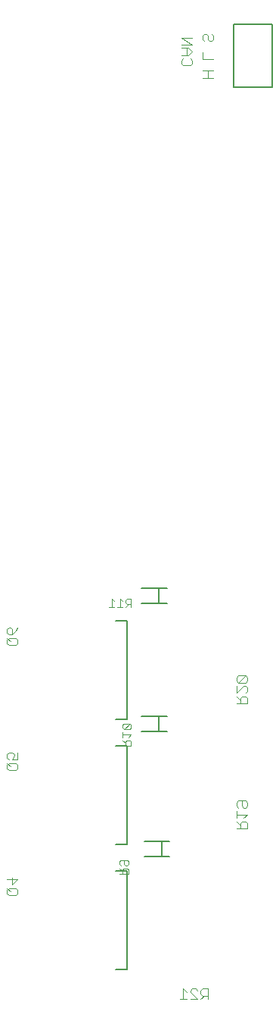
<source format=gbr>
G04 EAGLE Gerber RS-274X export*
G75*
%MOMM*%
%FSLAX34Y34*%
%LPD*%
%INSilkscreen Bottom*%
%IPPOS*%
%AMOC8*
5,1,8,0,0,1.08239X$1,22.5*%
G01*
%ADD10C,0.101600*%
%ADD11C,0.203200*%
%ADD12C,0.076200*%
%ADD13C,0.127000*%


D10*
X1121283Y1626611D02*
X1132977Y1626611D01*
X1127130Y1626611D02*
X1127130Y1634407D01*
X1132977Y1634407D02*
X1121283Y1634407D01*
X1121283Y1647249D02*
X1132977Y1647249D01*
X1121283Y1647249D02*
X1121283Y1655044D01*
X1132977Y1673733D02*
X1131028Y1675682D01*
X1132977Y1673733D02*
X1132977Y1669835D01*
X1131028Y1667886D01*
X1129079Y1667886D01*
X1127130Y1669835D01*
X1127130Y1673733D01*
X1125181Y1675682D01*
X1123232Y1675682D01*
X1121283Y1673733D01*
X1121283Y1669835D01*
X1123232Y1667886D01*
X1107215Y1648113D02*
X1109164Y1646164D01*
X1109164Y1642266D01*
X1107215Y1640317D01*
X1099419Y1640317D01*
X1097471Y1642266D01*
X1097471Y1646164D01*
X1099419Y1648113D01*
X1097471Y1652011D02*
X1105266Y1652011D01*
X1109164Y1655909D01*
X1105266Y1659807D01*
X1097471Y1659807D01*
X1103317Y1659807D02*
X1103317Y1652011D01*
X1097471Y1663705D02*
X1109164Y1663705D01*
X1097471Y1671501D01*
X1109164Y1671501D01*
D11*
X1036300Y740800D02*
X1036300Y630800D01*
X1036300Y740800D02*
X1023600Y740800D01*
X1023600Y630800D02*
X1036300Y630800D01*
D10*
X911953Y713720D02*
X904157Y713720D01*
X911953Y713720D02*
X913902Y715669D01*
X913902Y719567D01*
X911953Y721516D01*
X904157Y721516D01*
X902208Y719567D01*
X902208Y715669D01*
X904157Y713720D01*
X906106Y717618D02*
X902208Y721516D01*
X902208Y731261D02*
X913902Y731261D01*
X908055Y725414D01*
X908055Y733210D01*
D11*
X1036300Y770500D02*
X1036300Y880500D01*
X1023600Y880500D01*
X1023600Y770500D02*
X1036300Y770500D01*
D10*
X911953Y853420D02*
X904157Y853420D01*
X911953Y853420D02*
X913902Y855369D01*
X913902Y859267D01*
X911953Y861216D01*
X904157Y861216D01*
X902208Y859267D01*
X902208Y855369D01*
X904157Y853420D01*
X906106Y857318D02*
X902208Y861216D01*
X913902Y865114D02*
X913902Y872910D01*
X913902Y865114D02*
X908055Y865114D01*
X910004Y869012D01*
X910004Y870961D01*
X908055Y872910D01*
X904157Y872910D01*
X902208Y870961D01*
X902208Y867063D01*
X904157Y865114D01*
D11*
X1036300Y910200D02*
X1036300Y1020200D01*
X1023600Y1020200D01*
X1023600Y910200D02*
X1036300Y910200D01*
D10*
X911953Y993120D02*
X904157Y993120D01*
X911953Y993120D02*
X913902Y995069D01*
X913902Y998967D01*
X911953Y1000916D01*
X904157Y1000916D01*
X902208Y998967D01*
X902208Y995069D01*
X904157Y993120D01*
X906106Y997018D02*
X902208Y1000916D01*
X911953Y1008712D02*
X913902Y1012610D01*
X911953Y1008712D02*
X908055Y1004814D01*
X904157Y1004814D01*
X902208Y1006763D01*
X902208Y1010661D01*
X904157Y1012610D01*
X906106Y1012610D01*
X908055Y1010661D01*
X908055Y1004814D01*
D11*
X1075335Y756675D02*
X1084225Y756675D01*
X1075335Y756675D02*
X1055725Y756675D01*
X1055725Y773675D02*
X1075335Y773675D01*
X1084225Y773675D01*
X1075335Y773675D02*
X1075335Y756675D01*
X1072160Y896375D02*
X1081050Y896375D01*
X1072160Y896375D02*
X1052550Y896375D01*
X1052550Y913375D02*
X1072160Y913375D01*
X1081050Y913375D01*
X1072160Y913375D02*
X1072160Y896375D01*
X1072160Y1039250D02*
X1081050Y1039250D01*
X1072160Y1039250D02*
X1052550Y1039250D01*
X1052550Y1056250D02*
X1072160Y1056250D01*
X1081050Y1056250D01*
X1072160Y1056250D02*
X1072160Y1039250D01*
D12*
X1037852Y737321D02*
X1028446Y737321D01*
X1037852Y737321D02*
X1037852Y742024D01*
X1036284Y743591D01*
X1033149Y743591D01*
X1031581Y742024D01*
X1031581Y737321D01*
X1031581Y740456D02*
X1028446Y743591D01*
X1030014Y746676D02*
X1028446Y748243D01*
X1028446Y751379D01*
X1030014Y752947D01*
X1036284Y752947D01*
X1037852Y751379D01*
X1037852Y748243D01*
X1036284Y746676D01*
X1034717Y746676D01*
X1033149Y748243D01*
X1033149Y752947D01*
X1031621Y880365D02*
X1041027Y880365D01*
X1041027Y885068D01*
X1039459Y886636D01*
X1036324Y886636D01*
X1034756Y885068D01*
X1034756Y880365D01*
X1034756Y883501D02*
X1031621Y886636D01*
X1037892Y889721D02*
X1041027Y892856D01*
X1031621Y892856D01*
X1031621Y889721D02*
X1031621Y895991D01*
X1033189Y899076D02*
X1039459Y899076D01*
X1041027Y900643D01*
X1041027Y903779D01*
X1039459Y905347D01*
X1033189Y905347D01*
X1031621Y903779D01*
X1031621Y900643D01*
X1033189Y899076D01*
X1039459Y905347D01*
X1041019Y1035431D02*
X1041019Y1044837D01*
X1036316Y1044837D01*
X1034748Y1043269D01*
X1034748Y1040134D01*
X1036316Y1038566D01*
X1041019Y1038566D01*
X1037884Y1038566D02*
X1034748Y1035431D01*
X1031664Y1041702D02*
X1028528Y1044837D01*
X1028528Y1035431D01*
X1025393Y1035431D02*
X1031664Y1035431D01*
X1022309Y1041702D02*
X1019173Y1044837D01*
X1019173Y1035431D01*
X1016038Y1035431D02*
X1022309Y1035431D01*
D13*
X1156138Y1686000D02*
X1198638Y1686000D01*
X1198638Y1616000D01*
X1156138Y1616000D01*
X1156138Y1686000D01*
D10*
X1126774Y609102D02*
X1126774Y597408D01*
X1126774Y609102D02*
X1120927Y609102D01*
X1118978Y607153D01*
X1118978Y603255D01*
X1120927Y601306D01*
X1126774Y601306D01*
X1122876Y601306D02*
X1118978Y597408D01*
X1115080Y597408D02*
X1107284Y597408D01*
X1115080Y597408D02*
X1107284Y605204D01*
X1107284Y607153D01*
X1109233Y609102D01*
X1113131Y609102D01*
X1115080Y607153D01*
X1103386Y605204D02*
X1099488Y609102D01*
X1099488Y597408D01*
X1103386Y597408D02*
X1095590Y597408D01*
X1159383Y787908D02*
X1171077Y787908D01*
X1171077Y793755D01*
X1169128Y795704D01*
X1165230Y795704D01*
X1163281Y793755D01*
X1163281Y787908D01*
X1163281Y791806D02*
X1159383Y795704D01*
X1167179Y799602D02*
X1171077Y803500D01*
X1159383Y803500D01*
X1159383Y799602D02*
X1159383Y807398D01*
X1161332Y811296D02*
X1159383Y813245D01*
X1159383Y817143D01*
X1161332Y819092D01*
X1169128Y819092D01*
X1171077Y817143D01*
X1171077Y813245D01*
X1169128Y811296D01*
X1167179Y811296D01*
X1165230Y813245D01*
X1165230Y819092D01*
X1159383Y927608D02*
X1171077Y927608D01*
X1171077Y933455D01*
X1169128Y935404D01*
X1165230Y935404D01*
X1163281Y933455D01*
X1163281Y927608D01*
X1163281Y931506D02*
X1159383Y935404D01*
X1159383Y939302D02*
X1159383Y947098D01*
X1159383Y939302D02*
X1167179Y947098D01*
X1169128Y947098D01*
X1171077Y945149D01*
X1171077Y941251D01*
X1169128Y939302D01*
X1169128Y950996D02*
X1161332Y950996D01*
X1169128Y950996D02*
X1171077Y952945D01*
X1171077Y956843D01*
X1169128Y958792D01*
X1161332Y958792D01*
X1159383Y956843D01*
X1159383Y952945D01*
X1161332Y950996D01*
X1169128Y958792D01*
M02*

</source>
